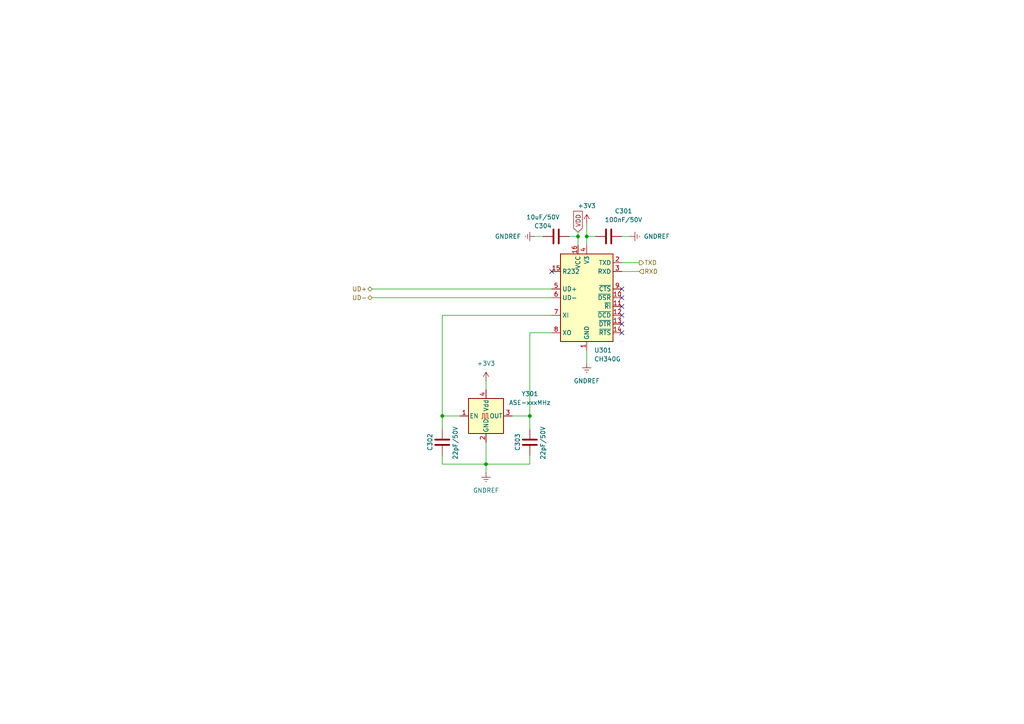
<source format=kicad_sch>
(kicad_sch
	(version 20250114)
	(generator "eeschema")
	(generator_version "9.0")
	(uuid "9020c652-a153-401b-85be-d900523543a8")
	(paper "A4")
	(title_block
		(title "PCB_Tarjeta_DevOps")
		(date "2025-10-28")
		(rev "R.Casas")
	)
	(lib_symbols
		(symbol "Device:C"
			(pin_numbers
				(hide yes)
			)
			(pin_names
				(offset 0.254)
			)
			(exclude_from_sim no)
			(in_bom yes)
			(on_board yes)
			(property "Reference" "C"
				(at 0.635 2.54 0)
				(effects
					(font
						(size 1.27 1.27)
					)
					(justify left)
				)
			)
			(property "Value" "C"
				(at 0.635 -2.54 0)
				(effects
					(font
						(size 1.27 1.27)
					)
					(justify left)
				)
			)
			(property "Footprint" ""
				(at 0.9652 -3.81 0)
				(effects
					(font
						(size 1.27 1.27)
					)
					(hide yes)
				)
			)
			(property "Datasheet" "~"
				(at 0 0 0)
				(effects
					(font
						(size 1.27 1.27)
					)
					(hide yes)
				)
			)
			(property "Description" "Unpolarized capacitor"
				(at 0 0 0)
				(effects
					(font
						(size 1.27 1.27)
					)
					(hide yes)
				)
			)
			(property "ki_keywords" "cap capacitor"
				(at 0 0 0)
				(effects
					(font
						(size 1.27 1.27)
					)
					(hide yes)
				)
			)
			(property "ki_fp_filters" "C_*"
				(at 0 0 0)
				(effects
					(font
						(size 1.27 1.27)
					)
					(hide yes)
				)
			)
			(symbol "C_0_1"
				(polyline
					(pts
						(xy -2.032 0.762) (xy 2.032 0.762)
					)
					(stroke
						(width 0.508)
						(type default)
					)
					(fill
						(type none)
					)
				)
				(polyline
					(pts
						(xy -2.032 -0.762) (xy 2.032 -0.762)
					)
					(stroke
						(width 0.508)
						(type default)
					)
					(fill
						(type none)
					)
				)
			)
			(symbol "C_1_1"
				(pin passive line
					(at 0 3.81 270)
					(length 2.794)
					(name "~"
						(effects
							(font
								(size 1.27 1.27)
							)
						)
					)
					(number "1"
						(effects
							(font
								(size 1.27 1.27)
							)
						)
					)
				)
				(pin passive line
					(at 0 -3.81 90)
					(length 2.794)
					(name "~"
						(effects
							(font
								(size 1.27 1.27)
							)
						)
					)
					(number "2"
						(effects
							(font
								(size 1.27 1.27)
							)
						)
					)
				)
			)
			(embedded_fonts no)
		)
		(symbol "Interface_USB:CH340G"
			(exclude_from_sim no)
			(in_bom yes)
			(on_board yes)
			(property "Reference" "U"
				(at -5.08 13.97 0)
				(effects
					(font
						(size 1.27 1.27)
					)
					(justify right)
				)
			)
			(property "Value" "CH340G"
				(at 1.27 13.97 0)
				(effects
					(font
						(size 1.27 1.27)
					)
					(justify left)
				)
			)
			(property "Footprint" "Package_SO:SOIC-16_3.9x9.9mm_P1.27mm"
				(at 1.27 -13.97 0)
				(effects
					(font
						(size 1.27 1.27)
					)
					(justify left)
					(hide yes)
				)
			)
			(property "Datasheet" "http://www.datasheet5.com/pdf-local-2195953"
				(at -8.89 20.32 0)
				(effects
					(font
						(size 1.27 1.27)
					)
					(hide yes)
				)
			)
			(property "Description" "USB serial converter, UART, SOIC-16"
				(at 0 0 0)
				(effects
					(font
						(size 1.27 1.27)
					)
					(hide yes)
				)
			)
			(property "ki_keywords" "USB UART Serial Converter Interface"
				(at 0 0 0)
				(effects
					(font
						(size 1.27 1.27)
					)
					(hide yes)
				)
			)
			(property "ki_fp_filters" "SOIC*3.9x9.9mm*P1.27mm*"
				(at 0 0 0)
				(effects
					(font
						(size 1.27 1.27)
					)
					(hide yes)
				)
			)
			(symbol "CH340G_0_1"
				(rectangle
					(start -7.62 12.7)
					(end 7.62 -12.7)
					(stroke
						(width 0.254)
						(type default)
					)
					(fill
						(type background)
					)
				)
			)
			(symbol "CH340G_1_1"
				(pin input line
					(at -10.16 7.62 0)
					(length 2.54)
					(name "R232"
						(effects
							(font
								(size 1.27 1.27)
							)
						)
					)
					(number "15"
						(effects
							(font
								(size 1.27 1.27)
							)
						)
					)
				)
				(pin bidirectional line
					(at -10.16 2.54 0)
					(length 2.54)
					(name "UD+"
						(effects
							(font
								(size 1.27 1.27)
							)
						)
					)
					(number "5"
						(effects
							(font
								(size 1.27 1.27)
							)
						)
					)
				)
				(pin bidirectional line
					(at -10.16 0 0)
					(length 2.54)
					(name "UD-"
						(effects
							(font
								(size 1.27 1.27)
							)
						)
					)
					(number "6"
						(effects
							(font
								(size 1.27 1.27)
							)
						)
					)
				)
				(pin input line
					(at -10.16 -5.08 0)
					(length 2.54)
					(name "XI"
						(effects
							(font
								(size 1.27 1.27)
							)
						)
					)
					(number "7"
						(effects
							(font
								(size 1.27 1.27)
							)
						)
					)
				)
				(pin output line
					(at -10.16 -10.16 0)
					(length 2.54)
					(name "XO"
						(effects
							(font
								(size 1.27 1.27)
							)
						)
					)
					(number "8"
						(effects
							(font
								(size 1.27 1.27)
							)
						)
					)
				)
				(pin power_in line
					(at -2.54 15.24 270)
					(length 2.54)
					(name "VCC"
						(effects
							(font
								(size 1.27 1.27)
							)
						)
					)
					(number "16"
						(effects
							(font
								(size 1.27 1.27)
							)
						)
					)
				)
				(pin power_out line
					(at 0 15.24 270)
					(length 2.54)
					(name "V3"
						(effects
							(font
								(size 1.27 1.27)
							)
						)
					)
					(number "4"
						(effects
							(font
								(size 1.27 1.27)
							)
						)
					)
				)
				(pin power_in line
					(at 0 -15.24 90)
					(length 2.54)
					(name "GND"
						(effects
							(font
								(size 1.27 1.27)
							)
						)
					)
					(number "1"
						(effects
							(font
								(size 1.27 1.27)
							)
						)
					)
				)
				(pin output line
					(at 10.16 10.16 180)
					(length 2.54)
					(name "TXD"
						(effects
							(font
								(size 1.27 1.27)
							)
						)
					)
					(number "2"
						(effects
							(font
								(size 1.27 1.27)
							)
						)
					)
				)
				(pin input line
					(at 10.16 7.62 180)
					(length 2.54)
					(name "RXD"
						(effects
							(font
								(size 1.27 1.27)
							)
						)
					)
					(number "3"
						(effects
							(font
								(size 1.27 1.27)
							)
						)
					)
				)
				(pin input line
					(at 10.16 2.54 180)
					(length 2.54)
					(name "~{CTS}"
						(effects
							(font
								(size 1.27 1.27)
							)
						)
					)
					(number "9"
						(effects
							(font
								(size 1.27 1.27)
							)
						)
					)
				)
				(pin input line
					(at 10.16 0 180)
					(length 2.54)
					(name "~{DSR}"
						(effects
							(font
								(size 1.27 1.27)
							)
						)
					)
					(number "10"
						(effects
							(font
								(size 1.27 1.27)
							)
						)
					)
				)
				(pin input line
					(at 10.16 -2.54 180)
					(length 2.54)
					(name "~{RI}"
						(effects
							(font
								(size 1.27 1.27)
							)
						)
					)
					(number "11"
						(effects
							(font
								(size 1.27 1.27)
							)
						)
					)
				)
				(pin input line
					(at 10.16 -5.08 180)
					(length 2.54)
					(name "~{DCD}"
						(effects
							(font
								(size 1.27 1.27)
							)
						)
					)
					(number "12"
						(effects
							(font
								(size 1.27 1.27)
							)
						)
					)
				)
				(pin output line
					(at 10.16 -7.62 180)
					(length 2.54)
					(name "~{DTR}"
						(effects
							(font
								(size 1.27 1.27)
							)
						)
					)
					(number "13"
						(effects
							(font
								(size 1.27 1.27)
							)
						)
					)
				)
				(pin output line
					(at 10.16 -10.16 180)
					(length 2.54)
					(name "~{RTS}"
						(effects
							(font
								(size 1.27 1.27)
							)
						)
					)
					(number "14"
						(effects
							(font
								(size 1.27 1.27)
							)
						)
					)
				)
			)
			(embedded_fonts no)
		)
		(symbol "Oscillator:ASE-xxxMHz"
			(pin_names
				(offset 0.254)
			)
			(exclude_from_sim no)
			(in_bom yes)
			(on_board yes)
			(property "Reference" "Y"
				(at -5.08 6.35 0)
				(effects
					(font
						(size 1.27 1.27)
					)
					(justify left)
				)
			)
			(property "Value" "ASE-xxxMHz"
				(at 1.27 -6.35 0)
				(effects
					(font
						(size 1.27 1.27)
					)
					(justify left)
				)
			)
			(property "Footprint" "Oscillator:Oscillator_SMD_Abracon_ASE-4Pin_3.2x2.5mm"
				(at 17.78 -8.89 0)
				(effects
					(font
						(size 1.27 1.27)
					)
					(hide yes)
				)
			)
			(property "Datasheet" "http://www.abracon.com/Oscillators/ASV.pdf"
				(at -2.54 0 0)
				(effects
					(font
						(size 1.27 1.27)
					)
					(hide yes)
				)
			)
			(property "Description" "3.3V CMOS SMD Crystal Clock Oscillator, Abracon"
				(at 0 0 0)
				(effects
					(font
						(size 1.27 1.27)
					)
					(hide yes)
				)
			)
			(property "ki_keywords" "3.3V CMOS SMD Crystal Clock Oscillator"
				(at 0 0 0)
				(effects
					(font
						(size 1.27 1.27)
					)
					(hide yes)
				)
			)
			(property "ki_fp_filters" "Oscillator*SMD*Abracon*ASE*3.2x2.5mm*"
				(at 0 0 0)
				(effects
					(font
						(size 1.27 1.27)
					)
					(hide yes)
				)
			)
			(symbol "ASE-xxxMHz_0_1"
				(rectangle
					(start -5.08 5.08)
					(end 5.08 -5.08)
					(stroke
						(width 0.254)
						(type default)
					)
					(fill
						(type background)
					)
				)
				(polyline
					(pts
						(xy -1.27 -0.762) (xy -1.016 -0.762) (xy -1.016 0.762) (xy -0.508 0.762) (xy -0.508 -0.762) (xy 0 -0.762)
						(xy 0 0.762) (xy 0.508 0.762) (xy 0.508 -0.762) (xy 0.762 -0.762)
					)
					(stroke
						(width 0)
						(type default)
					)
					(fill
						(type none)
					)
				)
			)
			(symbol "ASE-xxxMHz_1_1"
				(pin input line
					(at -7.62 0 0)
					(length 2.54)
					(name "EN"
						(effects
							(font
								(size 1.27 1.27)
							)
						)
					)
					(number "1"
						(effects
							(font
								(size 1.27 1.27)
							)
						)
					)
				)
				(pin power_in line
					(at 0 7.62 270)
					(length 2.54)
					(name "Vdd"
						(effects
							(font
								(size 1.27 1.27)
							)
						)
					)
					(number "4"
						(effects
							(font
								(size 1.27 1.27)
							)
						)
					)
				)
				(pin power_in line
					(at 0 -7.62 90)
					(length 2.54)
					(name "GND"
						(effects
							(font
								(size 1.27 1.27)
							)
						)
					)
					(number "2"
						(effects
							(font
								(size 1.27 1.27)
							)
						)
					)
				)
				(pin output line
					(at 7.62 0 180)
					(length 2.54)
					(name "OUT"
						(effects
							(font
								(size 1.27 1.27)
							)
						)
					)
					(number "3"
						(effects
							(font
								(size 1.27 1.27)
							)
						)
					)
				)
			)
			(embedded_fonts no)
		)
		(symbol "power:+3V3"
			(power)
			(pin_numbers
				(hide yes)
			)
			(pin_names
				(offset 0)
				(hide yes)
			)
			(exclude_from_sim no)
			(in_bom yes)
			(on_board yes)
			(property "Reference" "#PWR"
				(at 0 -3.81 0)
				(effects
					(font
						(size 1.27 1.27)
					)
					(hide yes)
				)
			)
			(property "Value" "+3V3"
				(at 0 3.556 0)
				(effects
					(font
						(size 1.27 1.27)
					)
				)
			)
			(property "Footprint" ""
				(at 0 0 0)
				(effects
					(font
						(size 1.27 1.27)
					)
					(hide yes)
				)
			)
			(property "Datasheet" ""
				(at 0 0 0)
				(effects
					(font
						(size 1.27 1.27)
					)
					(hide yes)
				)
			)
			(property "Description" "Power symbol creates a global label with name \"+3V3\""
				(at 0 0 0)
				(effects
					(font
						(size 1.27 1.27)
					)
					(hide yes)
				)
			)
			(property "ki_keywords" "global power"
				(at 0 0 0)
				(effects
					(font
						(size 1.27 1.27)
					)
					(hide yes)
				)
			)
			(symbol "+3V3_0_1"
				(polyline
					(pts
						(xy -0.762 1.27) (xy 0 2.54)
					)
					(stroke
						(width 0)
						(type default)
					)
					(fill
						(type none)
					)
				)
				(polyline
					(pts
						(xy 0 2.54) (xy 0.762 1.27)
					)
					(stroke
						(width 0)
						(type default)
					)
					(fill
						(type none)
					)
				)
				(polyline
					(pts
						(xy 0 0) (xy 0 2.54)
					)
					(stroke
						(width 0)
						(type default)
					)
					(fill
						(type none)
					)
				)
			)
			(symbol "+3V3_1_1"
				(pin power_in line
					(at 0 0 90)
					(length 0)
					(name "~"
						(effects
							(font
								(size 1.27 1.27)
							)
						)
					)
					(number "1"
						(effects
							(font
								(size 1.27 1.27)
							)
						)
					)
				)
			)
			(embedded_fonts no)
		)
		(symbol "power:GNDREF"
			(power)
			(pin_numbers
				(hide yes)
			)
			(pin_names
				(offset 0)
				(hide yes)
			)
			(exclude_from_sim no)
			(in_bom yes)
			(on_board yes)
			(property "Reference" "#PWR"
				(at 0 -6.35 0)
				(effects
					(font
						(size 1.27 1.27)
					)
					(hide yes)
				)
			)
			(property "Value" "GNDREF"
				(at 0 -3.81 0)
				(effects
					(font
						(size 1.27 1.27)
					)
				)
			)
			(property "Footprint" ""
				(at 0 0 0)
				(effects
					(font
						(size 1.27 1.27)
					)
					(hide yes)
				)
			)
			(property "Datasheet" ""
				(at 0 0 0)
				(effects
					(font
						(size 1.27 1.27)
					)
					(hide yes)
				)
			)
			(property "Description" "Power symbol creates a global label with name \"GNDREF\" , reference supply ground"
				(at 0 0 0)
				(effects
					(font
						(size 1.27 1.27)
					)
					(hide yes)
				)
			)
			(property "ki_keywords" "global power"
				(at 0 0 0)
				(effects
					(font
						(size 1.27 1.27)
					)
					(hide yes)
				)
			)
			(symbol "GNDREF_0_1"
				(polyline
					(pts
						(xy -0.635 -1.905) (xy 0.635 -1.905)
					)
					(stroke
						(width 0)
						(type default)
					)
					(fill
						(type none)
					)
				)
				(polyline
					(pts
						(xy -0.127 -2.54) (xy 0.127 -2.54)
					)
					(stroke
						(width 0)
						(type default)
					)
					(fill
						(type none)
					)
				)
				(polyline
					(pts
						(xy 0 -1.27) (xy 0 0)
					)
					(stroke
						(width 0)
						(type default)
					)
					(fill
						(type none)
					)
				)
				(polyline
					(pts
						(xy 1.27 -1.27) (xy -1.27 -1.27)
					)
					(stroke
						(width 0)
						(type default)
					)
					(fill
						(type none)
					)
				)
			)
			(symbol "GNDREF_1_1"
				(pin power_in line
					(at 0 0 270)
					(length 0)
					(name "~"
						(effects
							(font
								(size 1.27 1.27)
							)
						)
					)
					(number "1"
						(effects
							(font
								(size 1.27 1.27)
							)
						)
					)
				)
			)
			(embedded_fonts no)
		)
	)
	(junction
		(at 170.18 68.58)
		(diameter 0)
		(color 0 0 0 0)
		(uuid "5926e8d8-061a-44e9-aae0-7d9f8b574212")
	)
	(junction
		(at 128.27 120.65)
		(diameter 0)
		(color 0 0 0 0)
		(uuid "7a504b64-c44e-4742-ac96-5f88b4ca4565")
	)
	(junction
		(at 140.97 134.62)
		(diameter 0)
		(color 0 0 0 0)
		(uuid "9b1c13b8-e8bc-47b3-87b5-44ecd937ba70")
	)
	(junction
		(at 153.67 120.65)
		(diameter 0)
		(color 0 0 0 0)
		(uuid "a9748f1c-da6b-43fe-9d6f-d3ede2c49977")
	)
	(junction
		(at 167.64 68.58)
		(diameter 0)
		(color 0 0 0 0)
		(uuid "c20f1076-5454-4d1b-9b8e-880ec67d9a2b")
	)
	(no_connect
		(at 180.34 93.98)
		(uuid "117e41e3-df65-4377-a024-20d10fa78f4f")
	)
	(no_connect
		(at 160.02 78.74)
		(uuid "342f4bf2-fbaa-4183-a322-01915b87a630")
	)
	(no_connect
		(at 180.34 88.9)
		(uuid "39bc0f68-7c50-4cb6-b2f4-94e8d4589f16")
	)
	(no_connect
		(at 180.34 86.36)
		(uuid "873602ca-b841-438d-86da-1805afbb6bb1")
	)
	(no_connect
		(at 180.34 83.82)
		(uuid "ac99fff7-173c-4334-a47b-cbb8d844d717")
	)
	(no_connect
		(at 180.34 91.44)
		(uuid "c6d00e67-653c-46a0-9a02-4f81baddddc9")
	)
	(no_connect
		(at 180.34 96.52)
		(uuid "ed0f693f-a549-4df6-8c1c-505272b3896f")
	)
	(wire
		(pts
			(xy 153.67 132.08) (xy 153.67 134.62)
		)
		(stroke
			(width 0)
			(type default)
		)
		(uuid "0a4c122f-b6b7-481f-8ff2-82207db4e1b1")
	)
	(wire
		(pts
			(xy 153.67 96.52) (xy 153.67 120.65)
		)
		(stroke
			(width 0)
			(type default)
		)
		(uuid "14c3f128-6bcf-42fb-a500-ff329c123926")
	)
	(wire
		(pts
			(xy 157.48 68.58) (xy 154.94 68.58)
		)
		(stroke
			(width 0)
			(type default)
		)
		(uuid "1b946117-299c-4e2e-a583-62eec2254183")
	)
	(wire
		(pts
			(xy 167.64 67.31) (xy 167.64 68.58)
		)
		(stroke
			(width 0)
			(type default)
		)
		(uuid "21f5cf91-e100-4a74-99f3-af889e790baa")
	)
	(wire
		(pts
			(xy 185.42 76.2) (xy 180.34 76.2)
		)
		(stroke
			(width 0)
			(type default)
		)
		(uuid "2d79f758-9b7f-4af1-8621-8384b6c0fcd4")
	)
	(wire
		(pts
			(xy 140.97 128.27) (xy 140.97 134.62)
		)
		(stroke
			(width 0)
			(type default)
		)
		(uuid "41f065c8-2c3e-41ea-8192-8ebf54af50de")
	)
	(wire
		(pts
			(xy 170.18 71.12) (xy 170.18 68.58)
		)
		(stroke
			(width 0)
			(type default)
		)
		(uuid "4289cf11-97b4-417d-a658-72c29192ba0e")
	)
	(wire
		(pts
			(xy 128.27 124.46) (xy 128.27 120.65)
		)
		(stroke
			(width 0)
			(type default)
		)
		(uuid "42f4558c-ea32-483e-ad73-dd991ff787d2")
	)
	(wire
		(pts
			(xy 128.27 134.62) (xy 140.97 134.62)
		)
		(stroke
			(width 0)
			(type default)
		)
		(uuid "49fc9943-41d0-4895-9b4a-756df16e7395")
	)
	(wire
		(pts
			(xy 160.02 91.44) (xy 128.27 91.44)
		)
		(stroke
			(width 0)
			(type default)
		)
		(uuid "4d8c0495-0381-4052-8bb3-f8c2f3689c39")
	)
	(wire
		(pts
			(xy 167.64 68.58) (xy 167.64 71.12)
		)
		(stroke
			(width 0)
			(type default)
		)
		(uuid "5141a11c-d7ca-4dfb-8147-a59967731553")
	)
	(wire
		(pts
			(xy 170.18 101.6) (xy 170.18 105.41)
		)
		(stroke
			(width 0)
			(type default)
		)
		(uuid "55150622-474d-4bcb-a5eb-a5120e8ce38e")
	)
	(wire
		(pts
			(xy 140.97 110.49) (xy 140.97 113.03)
		)
		(stroke
			(width 0)
			(type default)
		)
		(uuid "68970254-d00f-4c81-8356-0d1688f1a53c")
	)
	(wire
		(pts
			(xy 180.34 68.58) (xy 182.88 68.58)
		)
		(stroke
			(width 0)
			(type default)
		)
		(uuid "8a724c2c-8104-4527-95dc-f237eeef1b41")
	)
	(wire
		(pts
			(xy 185.42 78.74) (xy 180.34 78.74)
		)
		(stroke
			(width 0)
			(type default)
		)
		(uuid "a30b5056-ea33-4a04-8180-3d20e0ab439b")
	)
	(wire
		(pts
			(xy 148.59 120.65) (xy 153.67 120.65)
		)
		(stroke
			(width 0)
			(type default)
		)
		(uuid "a4408d1d-1e10-47e2-9d67-1c4455ac6c55")
	)
	(wire
		(pts
			(xy 128.27 120.65) (xy 133.35 120.65)
		)
		(stroke
			(width 0)
			(type default)
		)
		(uuid "a9039716-e951-4191-ac98-623ac4630275")
	)
	(wire
		(pts
			(xy 107.95 86.36) (xy 160.02 86.36)
		)
		(stroke
			(width 0)
			(type default)
		)
		(uuid "b670aa5b-93bd-4631-bfd1-8b540e6989d8")
	)
	(wire
		(pts
			(xy 153.67 134.62) (xy 140.97 134.62)
		)
		(stroke
			(width 0)
			(type default)
		)
		(uuid "bf412d60-3a0b-421c-a933-7e713e05793e")
	)
	(wire
		(pts
			(xy 153.67 120.65) (xy 153.67 124.46)
		)
		(stroke
			(width 0)
			(type default)
		)
		(uuid "cf8b117c-1119-490c-be30-3d62f3b7815c")
	)
	(wire
		(pts
			(xy 140.97 134.62) (xy 140.97 137.16)
		)
		(stroke
			(width 0)
			(type default)
		)
		(uuid "d2eabdb7-ba40-4767-9888-e5489d5bd78d")
	)
	(wire
		(pts
			(xy 128.27 91.44) (xy 128.27 120.65)
		)
		(stroke
			(width 0)
			(type default)
		)
		(uuid "f106b8d0-2712-4eb5-b530-4b9ffb90a5ce")
	)
	(wire
		(pts
			(xy 165.1 68.58) (xy 167.64 68.58)
		)
		(stroke
			(width 0)
			(type default)
		)
		(uuid "f32b88b4-9a9f-4865-89bb-de0b733a2e75")
	)
	(wire
		(pts
			(xy 170.18 68.58) (xy 172.72 68.58)
		)
		(stroke
			(width 0)
			(type default)
		)
		(uuid "f4242f43-d39e-4893-8979-8a7f276f50d3")
	)
	(wire
		(pts
			(xy 170.18 64.77) (xy 170.18 68.58)
		)
		(stroke
			(width 0)
			(type default)
		)
		(uuid "f57b592c-ce01-4bb6-accf-fdecd00b6a9a")
	)
	(wire
		(pts
			(xy 107.95 83.82) (xy 160.02 83.82)
		)
		(stroke
			(width 0)
			(type default)
		)
		(uuid "f7cff8a8-e01c-46c9-9e89-dd697b383ce3")
	)
	(wire
		(pts
			(xy 153.67 96.52) (xy 160.02 96.52)
		)
		(stroke
			(width 0)
			(type default)
		)
		(uuid "fa8c3ae4-510c-4f55-9c7a-d15653e44b05")
	)
	(wire
		(pts
			(xy 128.27 132.08) (xy 128.27 134.62)
		)
		(stroke
			(width 0)
			(type default)
		)
		(uuid "fe270fcd-ca15-475d-b32e-d3beda8d9276")
	)
	(global_label "VDD"
		(shape input)
		(at 167.64 67.31 90)
		(fields_autoplaced yes)
		(effects
			(font
				(size 1.27 1.27)
			)
			(justify left)
		)
		(uuid "c72b19f0-15dc-4184-92ea-8671d8c9e9b1")
		(property "Intersheetrefs" "${INTERSHEET_REFS}"
			(at 167.64 60.6962 90)
			(effects
				(font
					(size 1.27 1.27)
				)
				(justify left)
				(hide yes)
			)
		)
	)
	(hierarchical_label "UD+"
		(shape bidirectional)
		(at 107.95 83.82 180)
		(effects
			(font
				(size 1.27 1.27)
			)
			(justify right)
		)
		(uuid "54547754-8bf7-4850-b23b-ed0ceb2deb58")
	)
	(hierarchical_label "RXD"
		(shape input)
		(at 185.42 78.74 0)
		(effects
			(font
				(size 1.27 1.27)
			)
			(justify left)
		)
		(uuid "88d73d3c-8ba8-4ee7-8555-6a84c0028d4f")
	)
	(hierarchical_label "UD-"
		(shape bidirectional)
		(at 107.95 86.36 180)
		(effects
			(font
				(size 1.27 1.27)
			)
			(justify right)
		)
		(uuid "a4aa94aa-017a-4381-8fad-1c631d5a301a")
	)
	(hierarchical_label "TXD"
		(shape output)
		(at 185.42 76.2 0)
		(effects
			(font
				(size 1.27 1.27)
			)
			(justify left)
		)
		(uuid "e7050285-7579-4eed-b92a-a81240ba8163")
	)
	(symbol
		(lib_id "power:+3V3")
		(at 170.18 64.77 0)
		(mirror y)
		(unit 1)
		(exclude_from_sim no)
		(in_bom yes)
		(on_board yes)
		(dnp no)
		(uuid "044eda7a-8596-4cc0-8ca0-0203d3906c64")
		(property "Reference" "#PWR0301"
			(at 170.18 68.58 0)
			(effects
				(font
					(size 1.27 1.27)
				)
				(hide yes)
			)
		)
		(property "Value" "+3V3"
			(at 170.18 59.69 0)
			(effects
				(font
					(size 1.27 1.27)
				)
			)
		)
		(property "Footprint" ""
			(at 170.18 64.77 0)
			(effects
				(font
					(size 1.27 1.27)
				)
				(hide yes)
			)
		)
		(property "Datasheet" ""
			(at 170.18 64.77 0)
			(effects
				(font
					(size 1.27 1.27)
				)
				(hide yes)
			)
		)
		(property "Description" "Power symbol creates a global label with name \"+3V3\""
			(at 170.18 64.77 0)
			(effects
				(font
					(size 1.27 1.27)
				)
				(hide yes)
			)
		)
		(pin "1"
			(uuid "cba5a815-dd8d-4931-9cef-1fde8b406745")
		)
		(instances
			(project "PCB_Tarjeta_DevOps"
				(path "/4fb4dbf5-3c7a-4e13-908c-649b5b989252/d7989b3e-39b4-4788-8306-00597f2dee49"
					(reference "#PWR0301")
					(unit 1)
				)
			)
		)
	)
	(symbol
		(lib_id "Device:C")
		(at 128.27 128.27 0)
		(unit 1)
		(exclude_from_sim no)
		(in_bom yes)
		(on_board yes)
		(dnp no)
		(uuid "232ffbdc-1352-4f83-981b-fdf4613162d5")
		(property "Reference" "C302"
			(at 124.714 130.81 90)
			(effects
				(font
					(size 1.27 1.27)
				)
				(justify left)
			)
		)
		(property "Value" "22pF/50V"
			(at 132.08 133.35 90)
			(effects
				(font
					(size 1.27 1.27)
				)
				(justify left)
			)
		)
		(property "Footprint" "Capacitor_SMD:C_0603_1608Metric_Pad1.08x0.95mm_HandSolder"
			(at 129.2352 132.08 0)
			(effects
				(font
					(size 1.27 1.27)
				)
				(hide yes)
			)
		)
		(property "Datasheet" "~"
			(at 128.27 128.27 0)
			(effects
				(font
					(size 1.27 1.27)
				)
				(hide yes)
			)
		)
		(property "Description" "Unpolarized capacitor"
			(at 128.27 128.27 0)
			(effects
				(font
					(size 1.27 1.27)
				)
				(hide yes)
			)
		)
		(pin "1"
			(uuid "38dba8e7-08b8-4a86-a312-a3a969f920cc")
		)
		(pin "2"
			(uuid "aa500fdd-e03e-46d3-98a3-131f48c6d30a")
		)
		(instances
			(project ""
				(path "/4fb4dbf5-3c7a-4e13-908c-649b5b989252/d7989b3e-39b4-4788-8306-00597f2dee49"
					(reference "C302")
					(unit 1)
				)
			)
		)
	)
	(symbol
		(lib_id "power:GNDREF")
		(at 140.97 137.16 0)
		(unit 1)
		(exclude_from_sim no)
		(in_bom yes)
		(on_board yes)
		(dnp no)
		(fields_autoplaced yes)
		(uuid "2c585c29-cc65-42a7-8c43-20be0a0253b0")
		(property "Reference" "#PWR0305"
			(at 140.97 143.51 0)
			(effects
				(font
					(size 1.27 1.27)
				)
				(hide yes)
			)
		)
		(property "Value" "GNDREF"
			(at 140.97 142.24 0)
			(effects
				(font
					(size 1.27 1.27)
				)
			)
		)
		(property "Footprint" ""
			(at 140.97 137.16 0)
			(effects
				(font
					(size 1.27 1.27)
				)
				(hide yes)
			)
		)
		(property "Datasheet" ""
			(at 140.97 137.16 0)
			(effects
				(font
					(size 1.27 1.27)
				)
				(hide yes)
			)
		)
		(property "Description" "Power symbol creates a global label with name \"GNDREF\" , reference supply ground"
			(at 140.97 137.16 0)
			(effects
				(font
					(size 1.27 1.27)
				)
				(hide yes)
			)
		)
		(pin "1"
			(uuid "e8eb29d9-be9f-448f-8fc9-2a417b769b65")
		)
		(instances
			(project "PCB_Tarjeta_DevOps"
				(path "/4fb4dbf5-3c7a-4e13-908c-649b5b989252/d7989b3e-39b4-4788-8306-00597f2dee49"
					(reference "#PWR0305")
					(unit 1)
				)
			)
		)
	)
	(symbol
		(lib_id "Device:C")
		(at 161.29 68.58 270)
		(unit 1)
		(exclude_from_sim no)
		(in_bom yes)
		(on_board yes)
		(dnp no)
		(uuid "2ce9d2b7-37bd-4ca9-9437-e237580754d3")
		(property "Reference" "C304"
			(at 157.48 65.532 90)
			(effects
				(font
					(size 1.27 1.27)
				)
			)
		)
		(property "Value" "10uF/50V"
			(at 157.48 62.992 90)
			(effects
				(font
					(size 1.27 1.27)
				)
			)
		)
		(property "Footprint" "Capacitor_SMD:C_0603_1608Metric_Pad1.08x0.95mm_HandSolder"
			(at 157.48 69.5452 0)
			(effects
				(font
					(size 1.27 1.27)
				)
				(hide yes)
			)
		)
		(property "Datasheet" "~"
			(at 161.29 68.58 0)
			(effects
				(font
					(size 1.27 1.27)
				)
				(hide yes)
			)
		)
		(property "Description" "Unpolarized capacitor"
			(at 161.29 68.58 0)
			(effects
				(font
					(size 1.27 1.27)
				)
				(hide yes)
			)
		)
		(pin "1"
			(uuid "a6889aec-a4c5-4c35-b13d-7bf362416b61")
		)
		(pin "2"
			(uuid "d5c29abe-0ca4-4a10-baf5-540b60bdfe39")
		)
		(instances
			(project "PCB_Tarjeta_DevOps"
				(path "/4fb4dbf5-3c7a-4e13-908c-649b5b989252/d7989b3e-39b4-4788-8306-00597f2dee49"
					(reference "C304")
					(unit 1)
				)
			)
		)
	)
	(symbol
		(lib_id "Device:C")
		(at 153.67 128.27 0)
		(unit 1)
		(exclude_from_sim no)
		(in_bom yes)
		(on_board yes)
		(dnp no)
		(uuid "31ccefcd-897a-44e5-8c78-8f0506f27711")
		(property "Reference" "C303"
			(at 150.114 130.81 90)
			(effects
				(font
					(size 1.27 1.27)
				)
				(justify left)
			)
		)
		(property "Value" "22pF/50V"
			(at 157.48 133.35 90)
			(effects
				(font
					(size 1.27 1.27)
				)
				(justify left)
			)
		)
		(property "Footprint" "Capacitor_SMD:C_0603_1608Metric_Pad1.08x0.95mm_HandSolder"
			(at 154.6352 132.08 0)
			(effects
				(font
					(size 1.27 1.27)
				)
				(hide yes)
			)
		)
		(property "Datasheet" "~"
			(at 153.67 128.27 0)
			(effects
				(font
					(size 1.27 1.27)
				)
				(hide yes)
			)
		)
		(property "Description" "Unpolarized capacitor"
			(at 153.67 128.27 0)
			(effects
				(font
					(size 1.27 1.27)
				)
				(hide yes)
			)
		)
		(pin "1"
			(uuid "2a54389f-33ff-491f-8fd3-bd048d06eac0")
		)
		(pin "2"
			(uuid "d93b7984-aa3a-4f33-ad82-b0a92630ec8e")
		)
		(instances
			(project "PCB_Tarjeta_DevOps"
				(path "/4fb4dbf5-3c7a-4e13-908c-649b5b989252/d7989b3e-39b4-4788-8306-00597f2dee49"
					(reference "C303")
					(unit 1)
				)
			)
		)
	)
	(symbol
		(lib_id "Oscillator:ASE-xxxMHz")
		(at 140.97 120.65 0)
		(unit 1)
		(exclude_from_sim no)
		(in_bom yes)
		(on_board yes)
		(dnp no)
		(fields_autoplaced yes)
		(uuid "36305e33-8ca4-49a8-b9e8-bf6e3763ca78")
		(property "Reference" "Y301"
			(at 153.67 114.2298 0)
			(effects
				(font
					(size 1.27 1.27)
				)
			)
		)
		(property "Value" "ASE-xxxMHz"
			(at 153.67 116.7698 0)
			(effects
				(font
					(size 1.27 1.27)
				)
			)
		)
		(property "Footprint" "Oscillator:Oscillator_SMD_EuroQuartz_XO53-4Pin_5.0x3.2mm_HandSoldering"
			(at 158.75 129.54 0)
			(effects
				(font
					(size 1.27 1.27)
				)
				(hide yes)
			)
		)
		(property "Datasheet" "http://www.abracon.com/Oscillators/ASV.pdf"
			(at 138.43 120.65 0)
			(effects
				(font
					(size 1.27 1.27)
				)
				(hide yes)
			)
		)
		(property "Description" "3.3V CMOS SMD Crystal Clock Oscillator, Abracon"
			(at 140.97 120.65 0)
			(effects
				(font
					(size 1.27 1.27)
				)
				(hide yes)
			)
		)
		(pin "3"
			(uuid "b3b1b406-0b22-493a-ba90-279f98f8257d")
		)
		(pin "1"
			(uuid "d2b224c9-8544-44ec-8b46-a4af344116a0")
		)
		(pin "4"
			(uuid "9d3d38e5-36dd-42ce-91a7-c62fb754d735")
		)
		(pin "2"
			(uuid "440099f8-12d4-472f-9e61-463642cf21cf")
		)
		(instances
			(project ""
				(path "/4fb4dbf5-3c7a-4e13-908c-649b5b989252/d7989b3e-39b4-4788-8306-00597f2dee49"
					(reference "Y301")
					(unit 1)
				)
			)
		)
	)
	(symbol
		(lib_id "Interface_USB:CH340G")
		(at 170.18 86.36 0)
		(unit 1)
		(exclude_from_sim no)
		(in_bom yes)
		(on_board yes)
		(dnp no)
		(fields_autoplaced yes)
		(uuid "4b234a3e-4955-4719-a664-7ad45d333b00")
		(property "Reference" "U301"
			(at 172.3233 101.6 0)
			(effects
				(font
					(size 1.27 1.27)
				)
				(justify left)
			)
		)
		(property "Value" "CH340G"
			(at 172.3233 104.14 0)
			(effects
				(font
					(size 1.27 1.27)
				)
				(justify left)
			)
		)
		(property "Footprint" "Package_SO:SOIC-16_3.9x9.9mm_P1.27mm"
			(at 171.45 100.33 0)
			(effects
				(font
					(size 1.27 1.27)
				)
				(justify left)
				(hide yes)
			)
		)
		(property "Datasheet" "http://www.datasheet5.com/pdf-local-2195953"
			(at 161.29 66.04 0)
			(effects
				(font
					(size 1.27 1.27)
				)
				(hide yes)
			)
		)
		(property "Description" "USB serial converter, UART, SOIC-16"
			(at 170.18 86.36 0)
			(effects
				(font
					(size 1.27 1.27)
				)
				(hide yes)
			)
		)
		(pin "5"
			(uuid "323c0f3b-0e15-4b84-a65d-7601871c939a")
		)
		(pin "8"
			(uuid "9517e1f3-93ea-4026-a94d-e20651986861")
		)
		(pin "3"
			(uuid "d128c557-cf68-4169-a91c-30b4ea718272")
		)
		(pin "10"
			(uuid "d5231ff1-4f33-461c-ba33-185b7839086c")
		)
		(pin "1"
			(uuid "8c794ece-a322-4625-94a7-641cc3007af6")
		)
		(pin "14"
			(uuid "3df63d4c-2248-4d5d-8faa-a3f7df62fb53")
		)
		(pin "6"
			(uuid "e715073f-ae23-4cb4-b84f-23feeaf12369")
		)
		(pin "7"
			(uuid "83c79768-2b12-48ba-ae84-bd19310b515b")
		)
		(pin "16"
			(uuid "0f33e447-c61c-48ba-afb5-0f9d202aa719")
		)
		(pin "4"
			(uuid "48330c01-360e-4216-a1e9-03defebd104d")
		)
		(pin "12"
			(uuid "4353f78a-8e90-4718-8d49-fd210a9065e9")
		)
		(pin "13"
			(uuid "1d415a7b-d7c8-4815-9ec3-8da8db1afcab")
		)
		(pin "15"
			(uuid "e544ce12-dadd-403b-a9c2-b8dfa60dc4e6")
		)
		(pin "11"
			(uuid "2cd8d0c2-1fff-41f8-b05c-970028aec6d0")
		)
		(pin "9"
			(uuid "6cf4cec4-7a22-4e38-b178-1d9db48dc48c")
		)
		(pin "2"
			(uuid "c01a6744-19e6-4977-9516-ef0ded57f3d0")
		)
		(instances
			(project "PCB_Tarjeta_DevOps"
				(path "/4fb4dbf5-3c7a-4e13-908c-649b5b989252/d7989b3e-39b4-4788-8306-00597f2dee49"
					(reference "U301")
					(unit 1)
				)
			)
		)
	)
	(symbol
		(lib_id "power:GNDREF")
		(at 154.94 68.58 270)
		(unit 1)
		(exclude_from_sim no)
		(in_bom yes)
		(on_board yes)
		(dnp no)
		(fields_autoplaced yes)
		(uuid "6074c351-082a-410f-ae5a-baee8089ee1d")
		(property "Reference" "#PWR0307"
			(at 148.59 68.58 0)
			(effects
				(font
					(size 1.27 1.27)
				)
				(hide yes)
			)
		)
		(property "Value" "GNDREF"
			(at 151.13 68.5801 90)
			(effects
				(font
					(size 1.27 1.27)
				)
				(justify right)
			)
		)
		(property "Footprint" ""
			(at 154.94 68.58 0)
			(effects
				(font
					(size 1.27 1.27)
				)
				(hide yes)
			)
		)
		(property "Datasheet" ""
			(at 154.94 68.58 0)
			(effects
				(font
					(size 1.27 1.27)
				)
				(hide yes)
			)
		)
		(property "Description" "Power symbol creates a global label with name \"GNDREF\" , reference supply ground"
			(at 154.94 68.58 0)
			(effects
				(font
					(size 1.27 1.27)
				)
				(hide yes)
			)
		)
		(pin "1"
			(uuid "5c4193c8-e3f8-4bf3-bcd8-47861f11efa2")
		)
		(instances
			(project "PCB_Tarjeta_DevOps"
				(path "/4fb4dbf5-3c7a-4e13-908c-649b5b989252/d7989b3e-39b4-4788-8306-00597f2dee49"
					(reference "#PWR0307")
					(unit 1)
				)
			)
		)
	)
	(symbol
		(lib_id "power:GNDREF")
		(at 182.88 68.58 90)
		(unit 1)
		(exclude_from_sim no)
		(in_bom yes)
		(on_board yes)
		(dnp no)
		(fields_autoplaced yes)
		(uuid "7a9e7736-8602-4328-990b-b3a33c880c9a")
		(property "Reference" "#PWR0302"
			(at 189.23 68.58 0)
			(effects
				(font
					(size 1.27 1.27)
				)
				(hide yes)
			)
		)
		(property "Value" "GNDREF"
			(at 186.69 68.5799 90)
			(effects
				(font
					(size 1.27 1.27)
				)
				(justify right)
			)
		)
		(property "Footprint" ""
			(at 182.88 68.58 0)
			(effects
				(font
					(size 1.27 1.27)
				)
				(hide yes)
			)
		)
		(property "Datasheet" ""
			(at 182.88 68.58 0)
			(effects
				(font
					(size 1.27 1.27)
				)
				(hide yes)
			)
		)
		(property "Description" "Power symbol creates a global label with name \"GNDREF\" , reference supply ground"
			(at 182.88 68.58 0)
			(effects
				(font
					(size 1.27 1.27)
				)
				(hide yes)
			)
		)
		(pin "1"
			(uuid "a5fc37d3-979d-42ff-beef-4f5961f309da")
		)
		(instances
			(project "PCB_Tarjeta_DevOps"
				(path "/4fb4dbf5-3c7a-4e13-908c-649b5b989252/d7989b3e-39b4-4788-8306-00597f2dee49"
					(reference "#PWR0302")
					(unit 1)
				)
			)
		)
	)
	(symbol
		(lib_id "power:+3V3")
		(at 140.97 110.49 0)
		(unit 1)
		(exclude_from_sim no)
		(in_bom yes)
		(on_board yes)
		(dnp no)
		(fields_autoplaced yes)
		(uuid "873e57fe-0553-4f55-820f-a631a4deae46")
		(property "Reference" "#PWR0304"
			(at 140.97 114.3 0)
			(effects
				(font
					(size 1.27 1.27)
				)
				(hide yes)
			)
		)
		(property "Value" "+3V3"
			(at 140.97 105.41 0)
			(effects
				(font
					(size 1.27 1.27)
				)
			)
		)
		(property "Footprint" ""
			(at 140.97 110.49 0)
			(effects
				(font
					(size 1.27 1.27)
				)
				(hide yes)
			)
		)
		(property "Datasheet" ""
			(at 140.97 110.49 0)
			(effects
				(font
					(size 1.27 1.27)
				)
				(hide yes)
			)
		)
		(property "Description" "Power symbol creates a global label with name \"+3V3\""
			(at 140.97 110.49 0)
			(effects
				(font
					(size 1.27 1.27)
				)
				(hide yes)
			)
		)
		(pin "1"
			(uuid "335eb792-ace7-488b-940e-1275586d2a78")
		)
		(instances
			(project "PCB_Tarjeta_DevOps"
				(path "/4fb4dbf5-3c7a-4e13-908c-649b5b989252/d7989b3e-39b4-4788-8306-00597f2dee49"
					(reference "#PWR0304")
					(unit 1)
				)
			)
		)
	)
	(symbol
		(lib_id "power:GNDREF")
		(at 170.18 105.41 0)
		(unit 1)
		(exclude_from_sim no)
		(in_bom yes)
		(on_board yes)
		(dnp no)
		(fields_autoplaced yes)
		(uuid "a7d2f340-47c9-4029-93a7-f362ebcb8a02")
		(property "Reference" "#PWR0303"
			(at 170.18 111.76 0)
			(effects
				(font
					(size 1.27 1.27)
				)
				(hide yes)
			)
		)
		(property "Value" "GNDREF"
			(at 170.18 110.49 0)
			(effects
				(font
					(size 1.27 1.27)
				)
			)
		)
		(property "Footprint" ""
			(at 170.18 105.41 0)
			(effects
				(font
					(size 1.27 1.27)
				)
				(hide yes)
			)
		)
		(property "Datasheet" ""
			(at 170.18 105.41 0)
			(effects
				(font
					(size 1.27 1.27)
				)
				(hide yes)
			)
		)
		(property "Description" "Power symbol creates a global label with name \"GNDREF\" , reference supply ground"
			(at 170.18 105.41 0)
			(effects
				(font
					(size 1.27 1.27)
				)
				(hide yes)
			)
		)
		(pin "1"
			(uuid "883dfb4e-bcf7-46ac-b5a1-28db4bc70f71")
		)
		(instances
			(project "PCB_Tarjeta_DevOps"
				(path "/4fb4dbf5-3c7a-4e13-908c-649b5b989252/d7989b3e-39b4-4788-8306-00597f2dee49"
					(reference "#PWR0303")
					(unit 1)
				)
			)
		)
	)
	(symbol
		(lib_id "Device:C")
		(at 176.53 68.58 90)
		(unit 1)
		(exclude_from_sim no)
		(in_bom yes)
		(on_board yes)
		(dnp no)
		(uuid "dad51f14-9c13-4c64-8934-8e6a56dca6d7")
		(property "Reference" "C301"
			(at 180.848 61.214 90)
			(effects
				(font
					(size 1.27 1.27)
				)
			)
		)
		(property "Value" "100nF/50V"
			(at 180.848 63.754 90)
			(effects
				(font
					(size 1.27 1.27)
				)
			)
		)
		(property "Footprint" "Capacitor_SMD:C_0603_1608Metric_Pad1.08x0.95mm_HandSolder"
			(at 180.34 67.6148 0)
			(effects
				(font
					(size 1.27 1.27)
				)
				(hide yes)
			)
		)
		(property "Datasheet" "~"
			(at 176.53 68.58 0)
			(effects
				(font
					(size 1.27 1.27)
				)
				(hide yes)
			)
		)
		(property "Description" "Unpolarized capacitor"
			(at 176.53 68.58 0)
			(effects
				(font
					(size 1.27 1.27)
				)
				(hide yes)
			)
		)
		(pin "1"
			(uuid "0882bc63-e74b-49d2-b58a-00c8f6d80c28")
		)
		(pin "2"
			(uuid "383a0855-904a-4597-89c3-f112610825c6")
		)
		(instances
			(project "PCB_Tarjeta_DevOps"
				(path "/4fb4dbf5-3c7a-4e13-908c-649b5b989252/d7989b3e-39b4-4788-8306-00597f2dee49"
					(reference "C301")
					(unit 1)
				)
			)
		)
	)
)

</source>
